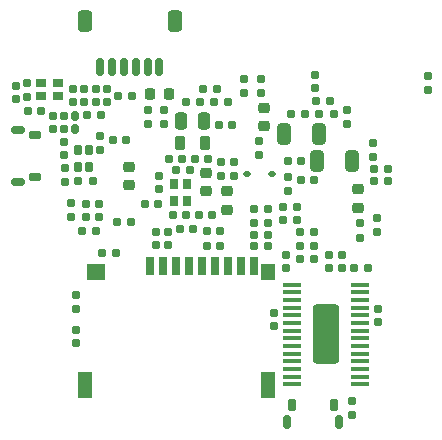
<source format=gbr>
%TF.GenerationSoftware,KiCad,Pcbnew,9.0.0-9.0.0-2~ubuntu24.04.1*%
%TF.CreationDate,2025-03-27T18:59:32+01:00*%
%TF.ProjectId,Kolibri v0.5,4b6f6c69-6272-4692-9076-302e352e6b69,rev?*%
%TF.SameCoordinates,Original*%
%TF.FileFunction,Paste,Bot*%
%TF.FilePolarity,Positive*%
%FSLAX46Y46*%
G04 Gerber Fmt 4.6, Leading zero omitted, Abs format (unit mm)*
G04 Created by KiCad (PCBNEW 9.0.0-9.0.0-2~ubuntu24.04.1) date 2025-03-27 18:59:32*
%MOMM*%
%LPD*%
G01*
G04 APERTURE LIST*
G04 Aperture macros list*
%AMRoundRect*
0 Rectangle with rounded corners*
0 $1 Rounding radius*
0 $2 $3 $4 $5 $6 $7 $8 $9 X,Y pos of 4 corners*
0 Add a 4 corners polygon primitive as box body*
4,1,4,$2,$3,$4,$5,$6,$7,$8,$9,$2,$3,0*
0 Add four circle primitives for the rounded corners*
1,1,$1+$1,$2,$3*
1,1,$1+$1,$4,$5*
1,1,$1+$1,$6,$7*
1,1,$1+$1,$8,$9*
0 Add four rect primitives between the rounded corners*
20,1,$1+$1,$2,$3,$4,$5,0*
20,1,$1+$1,$4,$5,$6,$7,0*
20,1,$1+$1,$6,$7,$8,$9,0*
20,1,$1+$1,$8,$9,$2,$3,0*%
G04 Aperture macros list end*
%ADD10RoundRect,0.160000X-0.197500X-0.160000X0.197500X-0.160000X0.197500X0.160000X-0.197500X0.160000X0*%
%ADD11RoundRect,0.155000X0.212500X0.155000X-0.212500X0.155000X-0.212500X-0.155000X0.212500X-0.155000X0*%
%ADD12RoundRect,0.155000X-0.212500X-0.155000X0.212500X-0.155000X0.212500X0.155000X-0.212500X0.155000X0*%
%ADD13RoundRect,0.175000X0.375000X-0.175000X0.375000X0.175000X-0.375000X0.175000X-0.375000X-0.175000X0*%
%ADD14RoundRect,0.150000X0.450000X-0.150000X0.450000X0.150000X-0.450000X0.150000X-0.450000X-0.150000X0*%
%ADD15RoundRect,0.160000X-0.160000X0.197500X-0.160000X-0.197500X0.160000X-0.197500X0.160000X0.197500X0*%
%ADD16RoundRect,0.160000X0.197500X0.160000X-0.197500X0.160000X-0.197500X-0.160000X0.197500X-0.160000X0*%
%ADD17RoundRect,0.218750X0.218750X0.256250X-0.218750X0.256250X-0.218750X-0.256250X0.218750X-0.256250X0*%
%ADD18RoundRect,0.155000X0.155000X-0.212500X0.155000X0.212500X-0.155000X0.212500X-0.155000X-0.212500X0*%
%ADD19RoundRect,0.155000X-0.155000X0.212500X-0.155000X-0.212500X0.155000X-0.212500X0.155000X0.212500X0*%
%ADD20RoundRect,0.160000X0.160000X-0.197500X0.160000X0.197500X-0.160000X0.197500X-0.160000X-0.197500X0*%
%ADD21RoundRect,0.225000X0.250000X-0.225000X0.250000X0.225000X-0.250000X0.225000X-0.250000X-0.225000X0*%
%ADD22R,0.800000X0.900000*%
%ADD23RoundRect,0.250000X-0.325000X-0.650000X0.325000X-0.650000X0.325000X0.650000X-0.325000X0.650000X0*%
%ADD24RoundRect,0.175000X0.175000X0.375000X-0.175000X0.375000X-0.175000X-0.375000X0.175000X-0.375000X0*%
%ADD25RoundRect,0.150000X0.150000X0.450000X-0.150000X0.450000X-0.150000X-0.450000X0.150000X-0.450000X0*%
%ADD26RoundRect,0.250000X0.325000X0.650000X-0.325000X0.650000X-0.325000X-0.650000X0.325000X-0.650000X0*%
%ADD27RoundRect,0.150000X-0.150000X-0.625000X0.150000X-0.625000X0.150000X0.625000X-0.150000X0.625000X0*%
%ADD28RoundRect,0.250000X-0.350000X-0.650000X0.350000X-0.650000X0.350000X0.650000X-0.350000X0.650000X0*%
%ADD29R,0.900000X0.800000*%
%ADD30RoundRect,0.250001X0.859999X2.249999X-0.859999X2.249999X-0.859999X-2.249999X0.859999X-2.249999X0*%
%ADD31RoundRect,0.100000X0.675000X0.100000X-0.675000X0.100000X-0.675000X-0.100000X0.675000X-0.100000X0*%
%ADD32RoundRect,0.218750X-0.256250X0.218750X-0.256250X-0.218750X0.256250X-0.218750X0.256250X0.218750X0*%
%ADD33RoundRect,0.097500X-0.227500X0.302500X-0.227500X-0.302500X0.227500X-0.302500X0.227500X0.302500X0*%
%ADD34R,0.700000X1.600000*%
%ADD35R,1.200000X2.200000*%
%ADD36R,1.200000X1.400000*%
%ADD37R,1.600000X1.400000*%
%ADD38RoundRect,0.250000X-0.250000X-0.475000X0.250000X-0.475000X0.250000X0.475000X-0.250000X0.475000X0*%
%ADD39RoundRect,0.160000X0.160000X-0.222500X0.160000X0.222500X-0.160000X0.222500X-0.160000X-0.222500X0*%
%ADD40RoundRect,0.218750X0.218750X0.381250X-0.218750X0.381250X-0.218750X-0.381250X0.218750X-0.381250X0*%
%ADD41RoundRect,0.112500X0.187500X0.112500X-0.187500X0.112500X-0.187500X-0.112500X0.187500X-0.112500X0*%
%ADD42RoundRect,0.218750X0.256250X-0.218750X0.256250X0.218750X-0.256250X0.218750X-0.256250X-0.218750X0*%
G04 APERTURE END LIST*
D10*
%TO.C,R11*%
X88302500Y-100850000D03*
X89497500Y-100850000D03*
%TD*%
D11*
%TO.C,C27*%
X92517500Y-89450000D03*
X91382500Y-89450000D03*
%TD*%
D12*
%TO.C,C61*%
X98182500Y-99550000D03*
X99317500Y-99550000D03*
%TD*%
D11*
%TO.C,C60*%
X97717500Y-100700000D03*
X96582500Y-100700000D03*
%TD*%
%TO.C,C30*%
X92067500Y-93150000D03*
X90932500Y-93150000D03*
%TD*%
D10*
%TO.C,R20*%
X97102500Y-90000000D03*
X98297500Y-90000000D03*
%TD*%
D12*
%TO.C,C74*%
X98882500Y-102150000D03*
X100017500Y-102150000D03*
%TD*%
D10*
%TO.C,R25*%
X111352500Y-104050000D03*
X112547500Y-104050000D03*
%TD*%
D13*
%TO.C,SW2*%
X84300000Y-96300000D03*
X84300000Y-92800000D03*
D14*
X82850000Y-92350000D03*
X82850000Y-96750000D03*
%TD*%
D12*
%TO.C,C75*%
X98882500Y-100850000D03*
X100017500Y-100850000D03*
%TD*%
%TO.C,C6*%
X102882500Y-99000000D03*
X104017500Y-99000000D03*
%TD*%
D15*
%TO.C,R17*%
X110700000Y-90652500D03*
X110700000Y-91847500D03*
%TD*%
D16*
%TO.C,R18*%
X100647500Y-90000000D03*
X99452500Y-90000000D03*
%TD*%
D12*
%TO.C,C44*%
X95632500Y-94800000D03*
X96767500Y-94800000D03*
%TD*%
D11*
%TO.C,C4*%
X107917500Y-101000000D03*
X106782500Y-101000000D03*
%TD*%
D17*
%TO.C,D15*%
X95637500Y-89300000D03*
X94062500Y-89300000D03*
%TD*%
D18*
%TO.C,C26*%
X89850000Y-94017500D03*
X89850000Y-92882500D03*
%TD*%
D12*
%TO.C,C10*%
X102882500Y-100250000D03*
X104017500Y-100250000D03*
%TD*%
D11*
%TO.C,C15*%
X107967500Y-96600000D03*
X106832500Y-96600000D03*
%TD*%
D15*
%TO.C,R37*%
X112950000Y-93402500D03*
X112950000Y-94597500D03*
%TD*%
D19*
%TO.C,C28*%
X89450000Y-88832500D03*
X89450000Y-89967500D03*
%TD*%
D20*
%TO.C,R19*%
X95250000Y-91847500D03*
X95250000Y-90652500D03*
%TD*%
D15*
%TO.C,R4*%
X105700000Y-96302500D03*
X105700000Y-97497500D03*
%TD*%
D11*
%TO.C,C71*%
X99717500Y-88850000D03*
X98582500Y-88850000D03*
%TD*%
D21*
%TO.C,C64*%
X100600000Y-99075000D03*
X100600000Y-97525000D03*
%TD*%
%TO.C,C63*%
X98800000Y-97525000D03*
X98800000Y-95975000D03*
%TD*%
D22*
%TO.C,Y5*%
X97150000Y-96950000D03*
X97150000Y-98350000D03*
X96050000Y-98350000D03*
X96050000Y-96950000D03*
%TD*%
D18*
%TO.C,C31*%
X88500000Y-89967500D03*
X88500000Y-88832500D03*
%TD*%
D12*
%TO.C,C39*%
X83732500Y-90750000D03*
X84867500Y-90750000D03*
%TD*%
D23*
%TO.C,C66*%
X105412500Y-92650000D03*
X108362500Y-92650000D03*
%TD*%
D11*
%TO.C,C78*%
X110317500Y-104050000D03*
X109182500Y-104050000D03*
%TD*%
D10*
%TO.C,R12*%
X91252500Y-100100000D03*
X92447500Y-100100000D03*
%TD*%
D20*
%TO.C,R28*%
X111800000Y-101447500D03*
X111800000Y-100252500D03*
%TD*%
D24*
%TO.C,SW1*%
X109600000Y-115650000D03*
X106100000Y-115650000D03*
D25*
X105650000Y-117100000D03*
X110050000Y-117100000D03*
%TD*%
D19*
%TO.C,C5*%
X106500000Y-98832500D03*
X106500000Y-99967500D03*
%TD*%
D12*
%TO.C,C53*%
X90032500Y-102750000D03*
X91167500Y-102750000D03*
%TD*%
D19*
%TO.C,C29*%
X90400000Y-88832500D03*
X90400000Y-89967500D03*
%TD*%
D20*
%TO.C,R7*%
X102050000Y-89247500D03*
X102050000Y-88052500D03*
%TD*%
D26*
%TO.C,C68*%
X111175000Y-94950000D03*
X108225000Y-94950000D03*
%TD*%
D11*
%TO.C,C43*%
X94767500Y-98600000D03*
X93632500Y-98600000D03*
%TD*%
D27*
%TO.C,J7*%
X89850000Y-87000000D03*
X90850000Y-87000000D03*
X91850000Y-87000000D03*
X92850000Y-87000000D03*
X93850000Y-87000000D03*
X94850000Y-87000000D03*
D28*
X88550000Y-83125000D03*
X96150000Y-83125000D03*
%TD*%
D19*
%TO.C,C42*%
X94800000Y-96232500D03*
X94800000Y-97367500D03*
%TD*%
%TO.C,C36*%
X86800000Y-93332500D03*
X86800000Y-94467500D03*
%TD*%
D29*
%TO.C,Y2*%
X86250000Y-89500000D03*
X84850000Y-89500000D03*
X84850000Y-88400000D03*
X86250000Y-88400000D03*
%TD*%
D19*
%TO.C,C25*%
X87550000Y-88832500D03*
X87550000Y-89967500D03*
%TD*%
D18*
%TO.C,C34*%
X86800000Y-92267500D03*
X86800000Y-91132500D03*
%TD*%
D30*
%TO.C,U5*%
X108950000Y-109650000D03*
D31*
X111825000Y-105425000D03*
X111825000Y-106075000D03*
X111825000Y-106725000D03*
X111825000Y-107375000D03*
X111825000Y-108025000D03*
X111825000Y-108675000D03*
X111825000Y-109325000D03*
X111825000Y-109975000D03*
X111825000Y-110625000D03*
X111825000Y-111275000D03*
X111825000Y-111925000D03*
X111825000Y-112575000D03*
X111825000Y-113225000D03*
X111825000Y-113875000D03*
X106075000Y-113875000D03*
X106075000Y-113225000D03*
X106075000Y-112575000D03*
X106075000Y-111925000D03*
X106075000Y-111275000D03*
X106075000Y-110625000D03*
X106075000Y-109975000D03*
X106075000Y-109325000D03*
X106075000Y-108675000D03*
X106075000Y-108025000D03*
X106075000Y-107375000D03*
X106075000Y-106725000D03*
X106075000Y-106075000D03*
X106075000Y-105425000D03*
%TD*%
D11*
%TO.C,C70*%
X101017500Y-91900000D03*
X99882500Y-91900000D03*
%TD*%
D18*
%TO.C,C9*%
X105550000Y-104017500D03*
X105550000Y-102882500D03*
%TD*%
%TO.C,C55*%
X94600000Y-102117500D03*
X94600000Y-100982500D03*
%TD*%
D20*
%TO.C,R29*%
X93850000Y-91847500D03*
X93850000Y-90652500D03*
%TD*%
D11*
%TO.C,C65*%
X109267500Y-89900000D03*
X108132500Y-89900000D03*
%TD*%
D19*
%TO.C,C86*%
X113350000Y-107482500D03*
X113350000Y-108617500D03*
%TD*%
%TO.C,C56*%
X104590000Y-107812500D03*
X104590000Y-108947500D03*
%TD*%
%TO.C,C40*%
X86850000Y-95582500D03*
X86850000Y-96717500D03*
%TD*%
D15*
%TO.C,R33*%
X111150000Y-115252500D03*
X111150000Y-116447500D03*
%TD*%
D32*
%TO.C,D16*%
X103750000Y-90462500D03*
X103750000Y-92037500D03*
%TD*%
D15*
%TO.C,R13*%
X100100000Y-95052500D03*
X100100000Y-96247500D03*
%TD*%
D32*
%TO.C,D14*%
X111650000Y-97362500D03*
X111650000Y-98937500D03*
%TD*%
D33*
%TO.C,D11*%
X87925000Y-94000000D03*
X87925000Y-95500000D03*
X88875000Y-94000000D03*
X88875000Y-95500000D03*
%TD*%
D18*
%TO.C,C50*%
X88600000Y-99717500D03*
X88600000Y-98582500D03*
%TD*%
%TO.C,C37*%
X82700000Y-89717500D03*
X82700000Y-88582500D03*
%TD*%
D34*
%TO.C,J9*%
X94050000Y-103850000D03*
X95150000Y-103850000D03*
X96250000Y-103850000D03*
X97350000Y-103850000D03*
X98450000Y-103850000D03*
X99550000Y-103850000D03*
X100650000Y-103850000D03*
X101750000Y-103850000D03*
X102850000Y-103850000D03*
D35*
X104050000Y-113950000D03*
D36*
X104050000Y-104350000D03*
D37*
X89450000Y-104350000D03*
D35*
X88550000Y-113950000D03*
%TD*%
D18*
%TO.C,C23*%
X87800000Y-107467500D03*
X87800000Y-106332500D03*
%TD*%
D12*
%TO.C,C7*%
X102882500Y-102150000D03*
X104017500Y-102150000D03*
%TD*%
%TO.C,C33*%
X88732500Y-91050000D03*
X89867500Y-91050000D03*
%TD*%
D16*
%TO.C,R10*%
X89197500Y-96700000D03*
X88002500Y-96700000D03*
%TD*%
D20*
%TO.C,R8*%
X103450000Y-89247500D03*
X103450000Y-88052500D03*
%TD*%
D16*
%TO.C,R36*%
X114197500Y-95650000D03*
X113002500Y-95650000D03*
%TD*%
D12*
%TO.C,C14*%
X105732500Y-94950000D03*
X106867500Y-94950000D03*
%TD*%
D11*
%TO.C,C1*%
X107917500Y-102150000D03*
X106782500Y-102150000D03*
%TD*%
D20*
%TO.C,R9*%
X87400000Y-99747500D03*
X87400000Y-98552500D03*
%TD*%
D10*
%TO.C,R16*%
X108402500Y-91000000D03*
X109597500Y-91000000D03*
%TD*%
D20*
%TO.C,R30*%
X103250000Y-94447500D03*
X103250000Y-93252500D03*
%TD*%
D12*
%TO.C,C41*%
X97832500Y-94800000D03*
X98967500Y-94800000D03*
%TD*%
D19*
%TO.C,C84*%
X108050000Y-87682500D03*
X108050000Y-88817500D03*
%TD*%
D12*
%TO.C,C62*%
X95982500Y-99550000D03*
X97117500Y-99550000D03*
%TD*%
D16*
%TO.C,R35*%
X114197500Y-96650000D03*
X113002500Y-96650000D03*
%TD*%
D38*
%TO.C,C72*%
X96700000Y-91600000D03*
X98600000Y-91600000D03*
%TD*%
D10*
%TO.C,R15*%
X106002500Y-91000000D03*
X107197500Y-91000000D03*
%TD*%
D11*
%TO.C,C8*%
X107917500Y-103300000D03*
X106782500Y-103300000D03*
%TD*%
D39*
%TO.C,L2*%
X87750000Y-92272500D03*
X87750000Y-91127500D03*
%TD*%
D40*
%TO.C,L5*%
X98712500Y-93450000D03*
X96587500Y-93450000D03*
%TD*%
D19*
%TO.C,C2*%
X105300000Y-98832500D03*
X105300000Y-99967500D03*
%TD*%
D12*
%TO.C,C3*%
X102882500Y-101200000D03*
X104017500Y-101200000D03*
%TD*%
D18*
%TO.C,C35*%
X85850000Y-92267500D03*
X85850000Y-91132500D03*
%TD*%
%TO.C,C38*%
X83650000Y-89517500D03*
X83650000Y-88382500D03*
%TD*%
D41*
%TO.C,D10*%
X104350000Y-96050000D03*
X102250000Y-96050000D03*
%TD*%
D42*
%TO.C,D18*%
X92300000Y-97037500D03*
X92300000Y-95462500D03*
%TD*%
D12*
%TO.C,C77*%
X109182500Y-102900000D03*
X110317500Y-102900000D03*
%TD*%
D19*
%TO.C,C24*%
X87800000Y-109232500D03*
X87800000Y-110367500D03*
%TD*%
D18*
%TO.C,C49*%
X89750000Y-99717500D03*
X89750000Y-98582500D03*
%TD*%
D20*
%TO.C,R14*%
X101197500Y-96247500D03*
X101197500Y-95052500D03*
%TD*%
%TO.C,R34*%
X113250000Y-100947500D03*
X113250000Y-99752500D03*
%TD*%
D18*
%TO.C,C17*%
X117600000Y-88917500D03*
X117600000Y-87782500D03*
%TD*%
D19*
%TO.C,C47*%
X95600000Y-100982500D03*
X95600000Y-102117500D03*
%TD*%
D11*
%TO.C,C45*%
X97417500Y-95750000D03*
X96282500Y-95750000D03*
%TD*%
M02*

</source>
